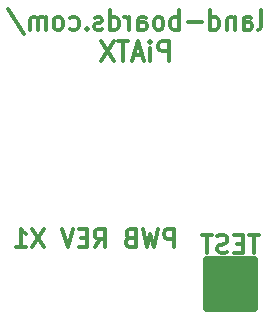
<source format=gbr>
G04 #@! TF.FileFunction,Legend,Bot*
%FSLAX46Y46*%
G04 Gerber Fmt 4.6, Leading zero omitted, Abs format (unit mm)*
G04 Created by KiCad (PCBNEW 4.0.1-stable) date 7/2/2016 9:29:48 PM*
%MOMM*%
G01*
G04 APERTURE LIST*
%ADD10C,0.150000*%
%ADD11C,0.300000*%
%ADD12C,0.650000*%
%ADD13C,0.304800*%
G04 APERTURE END LIST*
D10*
D11*
X20358856Y-20998571D02*
X20358856Y-19498571D01*
X19787428Y-19498571D01*
X19644570Y-19570000D01*
X19573142Y-19641429D01*
X19501713Y-19784286D01*
X19501713Y-19998571D01*
X19573142Y-20141429D01*
X19644570Y-20212857D01*
X19787428Y-20284286D01*
X20358856Y-20284286D01*
X19001713Y-19498571D02*
X18644570Y-20998571D01*
X18358856Y-19927143D01*
X18073142Y-20998571D01*
X17715999Y-19498571D01*
X16644570Y-20212857D02*
X16430284Y-20284286D01*
X16358856Y-20355714D01*
X16287427Y-20498571D01*
X16287427Y-20712857D01*
X16358856Y-20855714D01*
X16430284Y-20927143D01*
X16573142Y-20998571D01*
X17144570Y-20998571D01*
X17144570Y-19498571D01*
X16644570Y-19498571D01*
X16501713Y-19570000D01*
X16430284Y-19641429D01*
X16358856Y-19784286D01*
X16358856Y-19927143D01*
X16430284Y-20070000D01*
X16501713Y-20141429D01*
X16644570Y-20212857D01*
X17144570Y-20212857D01*
X13644570Y-20998571D02*
X14144570Y-20284286D01*
X14501713Y-20998571D02*
X14501713Y-19498571D01*
X13930285Y-19498571D01*
X13787427Y-19570000D01*
X13715999Y-19641429D01*
X13644570Y-19784286D01*
X13644570Y-19998571D01*
X13715999Y-20141429D01*
X13787427Y-20212857D01*
X13930285Y-20284286D01*
X14501713Y-20284286D01*
X13001713Y-20212857D02*
X12501713Y-20212857D01*
X12287427Y-20998571D02*
X13001713Y-20998571D01*
X13001713Y-19498571D01*
X12287427Y-19498571D01*
X11858856Y-19498571D02*
X11358856Y-20998571D01*
X10858856Y-19498571D01*
X9358856Y-19498571D02*
X8358856Y-20998571D01*
X8358856Y-19498571D02*
X9358856Y-20998571D01*
X7001714Y-20998571D02*
X7858857Y-20998571D01*
X7430285Y-20998571D02*
X7430285Y-19498571D01*
X7573142Y-19712857D01*
X7716000Y-19855714D01*
X7858857Y-19927143D01*
X27515239Y-2616181D02*
X27662858Y-2537562D01*
X27736667Y-2380324D01*
X27736667Y-965181D01*
X26260477Y-2616181D02*
X26260477Y-1751371D01*
X26334286Y-1594133D01*
X26481905Y-1515514D01*
X26777143Y-1515514D01*
X26924762Y-1594133D01*
X26260477Y-2537562D02*
X26408096Y-2616181D01*
X26777143Y-2616181D01*
X26924762Y-2537562D01*
X26998572Y-2380324D01*
X26998572Y-2223086D01*
X26924762Y-2065848D01*
X26777143Y-1987229D01*
X26408096Y-1987229D01*
X26260477Y-1908610D01*
X25522381Y-1515514D02*
X25522381Y-2616181D01*
X25522381Y-1672752D02*
X25448572Y-1594133D01*
X25300953Y-1515514D01*
X25079524Y-1515514D01*
X24931905Y-1594133D01*
X24858096Y-1751371D01*
X24858096Y-2616181D01*
X23455715Y-2616181D02*
X23455715Y-965181D01*
X23455715Y-2537562D02*
X23603334Y-2616181D01*
X23898572Y-2616181D01*
X24046191Y-2537562D01*
X24120000Y-2458943D01*
X24193810Y-2301705D01*
X24193810Y-1829990D01*
X24120000Y-1672752D01*
X24046191Y-1594133D01*
X23898572Y-1515514D01*
X23603334Y-1515514D01*
X23455715Y-1594133D01*
X22717619Y-1987229D02*
X21536667Y-1987229D01*
X20798571Y-2616181D02*
X20798571Y-965181D01*
X20798571Y-1594133D02*
X20650952Y-1515514D01*
X20355714Y-1515514D01*
X20208095Y-1594133D01*
X20134286Y-1672752D01*
X20060476Y-1829990D01*
X20060476Y-2301705D01*
X20134286Y-2458943D01*
X20208095Y-2537562D01*
X20355714Y-2616181D01*
X20650952Y-2616181D01*
X20798571Y-2537562D01*
X19174762Y-2616181D02*
X19322381Y-2537562D01*
X19396190Y-2458943D01*
X19470000Y-2301705D01*
X19470000Y-1829990D01*
X19396190Y-1672752D01*
X19322381Y-1594133D01*
X19174762Y-1515514D01*
X18953333Y-1515514D01*
X18805714Y-1594133D01*
X18731905Y-1672752D01*
X18658095Y-1829990D01*
X18658095Y-2301705D01*
X18731905Y-2458943D01*
X18805714Y-2537562D01*
X18953333Y-2616181D01*
X19174762Y-2616181D01*
X17329524Y-2616181D02*
X17329524Y-1751371D01*
X17403333Y-1594133D01*
X17550952Y-1515514D01*
X17846190Y-1515514D01*
X17993809Y-1594133D01*
X17329524Y-2537562D02*
X17477143Y-2616181D01*
X17846190Y-2616181D01*
X17993809Y-2537562D01*
X18067619Y-2380324D01*
X18067619Y-2223086D01*
X17993809Y-2065848D01*
X17846190Y-1987229D01*
X17477143Y-1987229D01*
X17329524Y-1908610D01*
X16591428Y-2616181D02*
X16591428Y-1515514D01*
X16591428Y-1829990D02*
X16517619Y-1672752D01*
X16443809Y-1594133D01*
X16296190Y-1515514D01*
X16148571Y-1515514D01*
X14967619Y-2616181D02*
X14967619Y-965181D01*
X14967619Y-2537562D02*
X15115238Y-2616181D01*
X15410476Y-2616181D01*
X15558095Y-2537562D01*
X15631904Y-2458943D01*
X15705714Y-2301705D01*
X15705714Y-1829990D01*
X15631904Y-1672752D01*
X15558095Y-1594133D01*
X15410476Y-1515514D01*
X15115238Y-1515514D01*
X14967619Y-1594133D01*
X14303333Y-2537562D02*
X14155714Y-2616181D01*
X13860476Y-2616181D01*
X13712857Y-2537562D01*
X13639047Y-2380324D01*
X13639047Y-2301705D01*
X13712857Y-2144467D01*
X13860476Y-2065848D01*
X14081904Y-2065848D01*
X14229523Y-1987229D01*
X14303333Y-1829990D01*
X14303333Y-1751371D01*
X14229523Y-1594133D01*
X14081904Y-1515514D01*
X13860476Y-1515514D01*
X13712857Y-1594133D01*
X12974761Y-2458943D02*
X12900952Y-2537562D01*
X12974761Y-2616181D01*
X13048571Y-2537562D01*
X12974761Y-2458943D01*
X12974761Y-2616181D01*
X11572381Y-2537562D02*
X11720000Y-2616181D01*
X12015238Y-2616181D01*
X12162857Y-2537562D01*
X12236666Y-2458943D01*
X12310476Y-2301705D01*
X12310476Y-1829990D01*
X12236666Y-1672752D01*
X12162857Y-1594133D01*
X12015238Y-1515514D01*
X11720000Y-1515514D01*
X11572381Y-1594133D01*
X10686667Y-2616181D02*
X10834286Y-2537562D01*
X10908095Y-2458943D01*
X10981905Y-2301705D01*
X10981905Y-1829990D01*
X10908095Y-1672752D01*
X10834286Y-1594133D01*
X10686667Y-1515514D01*
X10465238Y-1515514D01*
X10317619Y-1594133D01*
X10243810Y-1672752D01*
X10170000Y-1829990D01*
X10170000Y-2301705D01*
X10243810Y-2458943D01*
X10317619Y-2537562D01*
X10465238Y-2616181D01*
X10686667Y-2616181D01*
X9505714Y-2616181D02*
X9505714Y-1515514D01*
X9505714Y-1672752D02*
X9431905Y-1594133D01*
X9284286Y-1515514D01*
X9062857Y-1515514D01*
X8915238Y-1594133D01*
X8841429Y-1751371D01*
X8841429Y-2616181D01*
X8841429Y-1751371D02*
X8767619Y-1594133D01*
X8620000Y-1515514D01*
X8398572Y-1515514D01*
X8250952Y-1594133D01*
X8177143Y-1751371D01*
X8177143Y-2616181D01*
X6331905Y-886562D02*
X7660476Y-3009276D01*
X19912856Y-5227581D02*
X19912856Y-3576581D01*
X19322380Y-3576581D01*
X19174761Y-3655200D01*
X19100952Y-3733819D01*
X19027142Y-3891057D01*
X19027142Y-4126914D01*
X19100952Y-4284152D01*
X19174761Y-4362771D01*
X19322380Y-4441390D01*
X19912856Y-4441390D01*
X18362856Y-5227581D02*
X18362856Y-4126914D01*
X18362856Y-3576581D02*
X18436666Y-3655200D01*
X18362856Y-3733819D01*
X18289047Y-3655200D01*
X18362856Y-3576581D01*
X18362856Y-3733819D01*
X17698571Y-4755867D02*
X16960476Y-4755867D01*
X17846190Y-5227581D02*
X17329523Y-3576581D01*
X16812857Y-5227581D01*
X16517619Y-3576581D02*
X15631905Y-3576581D01*
X16074762Y-5227581D02*
X16074762Y-3576581D01*
X15262857Y-3576581D02*
X14229524Y-5227581D01*
X14229524Y-3576581D02*
X15262857Y-5227581D01*
D12*
X27146000Y-26130000D02*
X27146000Y-22130000D01*
X27146000Y-22130000D02*
X23146000Y-22130000D01*
X23146000Y-22130000D02*
X23146000Y-26130000D01*
X23146000Y-22130000D02*
X27146000Y-22130000D01*
X23146000Y-22630000D02*
X27146000Y-22630000D01*
X23146000Y-23130000D02*
X27146000Y-23130000D01*
X23146000Y-23630000D02*
X27146000Y-23630000D01*
X23146000Y-24130000D02*
X27146000Y-24130000D01*
X23146000Y-24630000D02*
X27146000Y-24630000D01*
X23146000Y-25130000D02*
X27146000Y-25130000D01*
X23146000Y-26130000D02*
X27146000Y-26130000D01*
X23146000Y-25630000D02*
X27146000Y-25630000D01*
D10*
X23146000Y-26130000D02*
X27146000Y-26130000D01*
X27146000Y-26130000D02*
X27146000Y-22130000D01*
X27146000Y-22130000D02*
X23146000Y-22130000D01*
X23146000Y-22130000D02*
X23146000Y-26130000D01*
D13*
X27577143Y-19993429D02*
X26706286Y-19993429D01*
X27141715Y-21517429D02*
X27141715Y-19993429D01*
X26198286Y-20719143D02*
X25690286Y-20719143D01*
X25472572Y-21517429D02*
X26198286Y-21517429D01*
X26198286Y-19993429D01*
X25472572Y-19993429D01*
X24892000Y-21444857D02*
X24674286Y-21517429D01*
X24311429Y-21517429D01*
X24166286Y-21444857D01*
X24093715Y-21372286D01*
X24021143Y-21227143D01*
X24021143Y-21082000D01*
X24093715Y-20936857D01*
X24166286Y-20864286D01*
X24311429Y-20791714D01*
X24601715Y-20719143D01*
X24746857Y-20646571D01*
X24819429Y-20574000D01*
X24892000Y-20428857D01*
X24892000Y-20283714D01*
X24819429Y-20138571D01*
X24746857Y-20066000D01*
X24601715Y-19993429D01*
X24238857Y-19993429D01*
X24021143Y-20066000D01*
X23585714Y-19993429D02*
X22714857Y-19993429D01*
X23150286Y-21517429D02*
X23150286Y-19993429D01*
M02*

</source>
